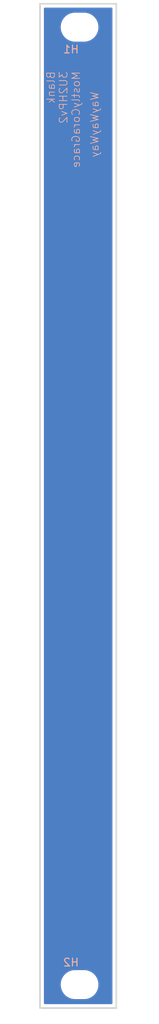
<source format=kicad_pcb>
(kicad_pcb (version 20241229) (generator "pcbnew") (generator_version "9.0")
  (layers (0 "F.Cu" signal) (2 "B.Cu" signal) (13 "F.Paste" user) (15 "B.Paste" user) (5 "F.SilkS" user "F.Silkscreen") (7 "B.SilkS" user "B.Silkscreen") (1 "F.Mask" user) (3 "B.Mask" user) (25 "Edge.Cuts" user))
  (net 0 "")
  (footprint "EXC:MountingHole_3.2mm_M3" (layer "F.Cu") (at 5.08 5.425)
    (property "Reference" "H1" (at 0 2.84 0) (layer "B.SilkS") (effects (justify left mirror)))
    (property "Value" "Eurorack_M3_MountingHole")
    (pad "" np_thru_hole oval (at 0 0) (size 4.34 3.2) (drill oval 4.34 3.2) (layers "*.Cu" "*.Mask"))
  )
  (footprint "EXC:MountingHole_3.2mm_M3" (layer "F.Cu") (at 5.08 127.925)
    (property "Reference" "H2" (at 0 -2.84 0) (layer "B.SilkS") (effects (justify left mirror)))
    (property "Value" "Eurorack_M3_MountingHole")
    (pad "" np_thru_hole oval (at 0 0) (size 4.34 3.2) (drill oval 4.34 3.2) (layers "*.Cu" "*.Mask"))
  )
  (gr_rect (start 0 2.425) (end 9.8 130.925) (stroke (width 0.2)) (fill no) (layer "Edge.Cuts"))
  (gr_text "WayWayWay" (at 7.6 13.6 90) (layer "B.SilkS") (effects (font (size 1 1) (thickness 0.1)) (justify left bottom mirror)))
  (gr_text "Blank\n3U2HPv2\nMostlyCoraGrace" (at 5.2 11 90) (layer "B.SilkS") (effects (font (size 1 1) (thickness 0.1)) (justify left bottom mirror)))
  (zone (net 0) (net_name "") (layers "F.Cu" "B.Cu") (connect_pads (clearance 0.5)) (min_thickness 0.25) (fill yes (thermal_gap 0.5) (thermal_bridge_width 0.5) (island_removal_mode 1) (island_area_min 10))
    (polygon (pts (xy 0 2.425) (xy 9.8 2.425) (xy 9.8 130.925) (xy 0 130.925)))
  )
)
</source>
